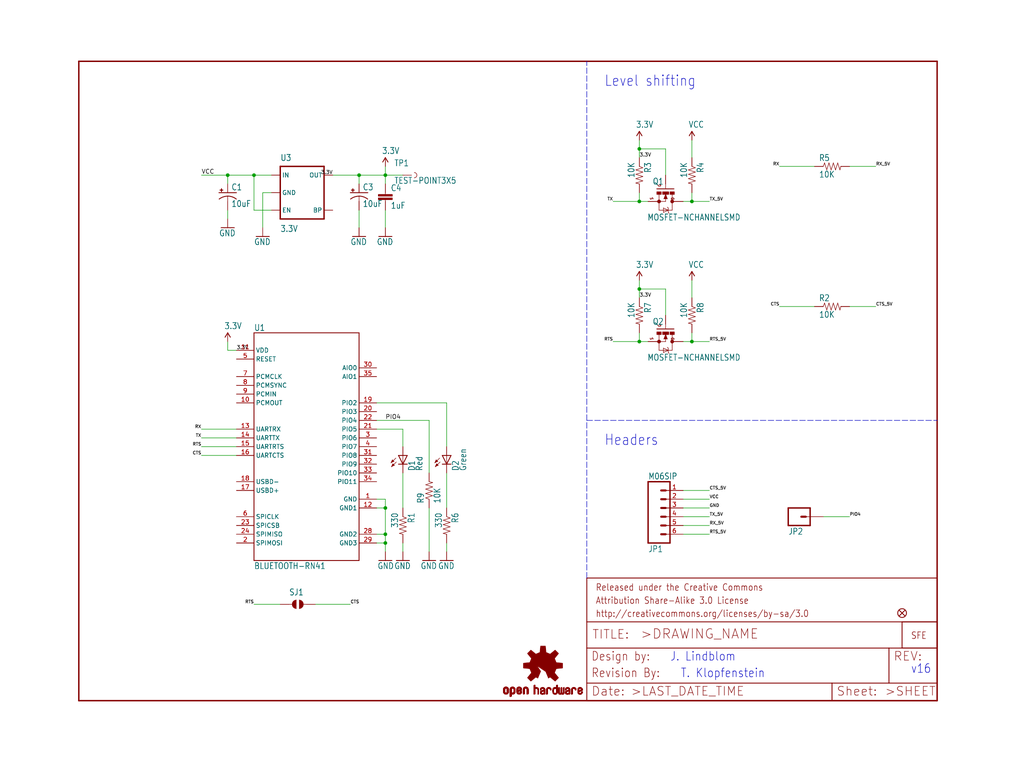
<source format=kicad_sch>
(kicad_sch (version 20211123) (generator eeschema)
  (paper "User" 297.002 223.926)
  (lib_symbols
    (symbol "eagleSchem-eagle-import:BLUETOOTH-RN41{dblquote}"
      (property "Value" "BLUETOOTH-RN41{dblquote}" (at -15.24 -35.56 0))
      (symbol "BLUETOOTH-RN41{dblquote}_1_0"
        (pin bidirectional line (at 20.32 -15.24 180) (length 5.08) (name "GND") (number "1"))
        (pin bidirectional line (at -20.32 12.7 0) (length 5.08) (name "PCMOUT") (number "10"))
        (pin bidirectional line (at -20.32 27.94 0) (length 5.08) (name "VDD") (number "11"))
        (pin bidirectional line (at 20.32 -17.78 180) (length 5.08) (name "GND1") (number "12"))
        (pin bidirectional line (at -20.32 5.08 0) (length 5.08) (name "UARTRX") (number "13"))
        (pin bidirectional line (at -20.32 2.54 0) (length 5.08) (name "UARTTX") (number "14"))
        (pin bidirectional line (at -20.32 0 0) (length 5.08) (name "UARTRTS") (number "15"))
        (pin bidirectional line (at -20.32 -2.54 0) (length 5.08) (name "UARTCTS") (number "16"))
        (pin bidirectional line (at -20.32 -12.7 0) (length 5.08) (name "USBD+") (number "17"))
        (pin bidirectional line (at -20.32 -10.16 0) (length 5.08) (name "USBD-") (number "18"))
        (pin bidirectional line (at 20.32 12.7 180) (length 5.08) (name "PIO2") (number "19"))
        (pin bidirectional line (at -20.32 -27.94 0) (length 5.08) (name "SPIMOSI") (number "2"))
        (pin bidirectional line (at 20.32 10.16 180) (length 5.08) (name "PIO3") (number "20"))
        (pin bidirectional line (at 20.32 5.08 180) (length 5.08) (name "PIO5") (number "21"))
        (pin bidirectional line (at 20.32 7.62 180) (length 5.08) (name "PIO4") (number "22"))
        (pin bidirectional line (at -20.32 -22.86 0) (length 5.08) (name "SPICSB") (number "23"))
        (pin bidirectional line (at -20.32 -25.4 0) (length 5.08) (name "SPIMISO") (number "24"))
        (pin bidirectional line (at 20.32 -25.4 180) (length 5.08) (name "GND2") (number "28"))
        (pin bidirectional line (at 20.32 -27.94 180) (length 5.08) (name "GND3") (number "29"))
        (pin bidirectional line (at 20.32 2.54 180) (length 5.08) (name "PIO6") (number "3"))
        (pin bidirectional line (at 20.32 22.86 180) (length 5.08) (name "AIO0") (number "30"))
        (pin bidirectional line (at 20.32 -2.54 180) (length 5.08) (name "PIO8") (number "31"))
        (pin bidirectional line (at 20.32 -5.08 180) (length 5.08) (name "PIO9") (number "32"))
        (pin bidirectional line (at 20.32 -7.62 180) (length 5.08) (name "PIO10") (number "33"))
        (pin bidirectional line (at 20.32 -10.16 180) (length 5.08) (name "PIO11") (number "34"))
        (pin bidirectional line (at 20.32 20.32 180) (length 5.08) (name "AIO1") (number "35"))
        (pin bidirectional line (at 20.32 0 180) (length 5.08) (name "PIO7") (number "4"))
        (pin bidirectional line (at -20.32 25.4 0) (length 5.08) (name "RESET") (number "5"))
        (pin bidirectional line (at -20.32 -20.32 0) (length 5.08) (name "SPICLK") (number "6"))
        (pin bidirectional line (at -20.32 20.32 0) (length 5.08) (name "PCMCLK") (number "7"))
        (pin bidirectional line (at -20.32 17.78 0) (length 5.08) (name "PCMSYNC") (number "8"))
        (pin bidirectional line (at -20.32 15.24 0) (length 5.08) (name "PCMIN") (number "9"))
      )
    )
    (symbol "eagleSchem-eagle-import:CAP0603-CAP"
      (property "Reference" "C" (at 1.524 2.921 0))
      (property "Value" "CAP0603-CAP" (at 1.524 -2.159 0))
      (symbol "CAP0603-CAP_1_0"
        (pin passive line (at 0 5.08 270) (length 2.54) (name "1") (number "1"))
        (pin passive line (at 0 -2.54 90) (length 2.54) (name "2") (number "2"))
      )
    )
    (symbol "eagleSchem-eagle-import:CAP_POL1206"
      (property "Reference" "C" (at 1.016 0.635 0))
      (property "Value" "CAP_POL1206" (at 1.016 -4.191 0))
      (symbol "CAP_POL1206_1_0"
        (pin passive line (at 0 2.54 270) (length 2.54) (name "+") (number "A"))
        (pin passive line (at 0 -5.08 90) (length 2.54) (name "-") (number "C"))
      )
    )
    (symbol "eagleSchem-eagle-import:FIDUCIAL1X2")
    (symbol "eagleSchem-eagle-import:FRAME-LETTER"
      (symbol "FRAME-LETTER_2_0"
        (text ">DRAWING_NAME" (at 15.494 17.78 0) (effects (font (size 2.7432 2.7432)) (justify left bottom)))
        (text ">LAST_DATE_TIME" (at 12.7 1.27 0) (effects (font (size 2.54 2.54)) (justify left bottom)))
        (text ">SHEET" (at 86.36 1.27 0) (effects (font (size 2.54 2.54)) (justify left bottom)))
        (text "Attribution Share-Alike 3.0 License" (at 2.54 27.94 0) (effects (font (size 1.9304 1.6408)) (justify left bottom)))
        (text "Date:" (at 1.27 1.27 0) (effects (font (size 2.54 2.54)) (justify left bottom)))
        (text "Design by:" (at 1.27 11.43 0) (effects (font (size 2.54 2.159)) (justify left bottom)))
        (text "http://creativecommons.org/licenses/by-sa/3.0" (at 2.54 24.13 0) (effects (font (size 1.9304 1.6408)) (justify left bottom)))
        (text "Released under the Creative Commons" (at 2.54 31.75 0) (effects (font (size 1.9304 1.6408)) (justify left bottom)))
        (text "REV:" (at 88.9 11.43 0) (effects (font (size 2.54 2.54)) (justify left bottom)))
        (text "Sheet:" (at 72.39 1.27 0) (effects (font (size 2.54 2.54)) (justify left bottom)))
        (text "TITLE:" (at 1.524 17.78 0) (effects (font (size 2.54 2.54)) (justify left bottom)))
      )
    )
    (symbol "eagleSchem-eagle-import:GND" (power)
      (property "Value" "GND" (at -2.54 -2.54 0))
      (symbol "GND_1_0"
        (pin power_in line (at 0 2.54 270) (length 2.54) (name "GND") (number "1"))
      )
    )
    (symbol "eagleSchem-eagle-import:LED0603"
      (property "Reference" "LED" (at 3.556 -4.572 90))
      (property "Value" "LED0603" (at 5.715 -4.572 90))
      (symbol "LED0603_1_0"
        (pin passive line (at 0 2.54 270) (length 2.54) (name "A") (number "A"))
        (pin passive line (at 0 -5.08 90) (length 2.54) (name "C") (number "C"))
      )
    )
    (symbol "eagleSchem-eagle-import:LOGO-SFENEW"
      (symbol "LOGO-SFENEW_1_0"
        (text "SFE" (at 0 0 0) (effects (font (size 1.9304 1.6408)) (justify left bottom)))
      )
    )
    (symbol "eagleSchem-eagle-import:M01SMDNS"
      (property "Reference" "JP" (at -2.54 3.302 0))
      (property "Value" "M01SMDNS" (at -2.54 -5.08 0))
      (symbol "M01SMDNS_1_0"
        (pin passive line (at 7.62 0 180) (length 5.08) (name "1") (number "1"))
      )
    )
    (symbol "eagleSchem-eagle-import:M06SIP"
      (property "Reference" "JP" (at -5.08 10.922 0))
      (property "Value" "M06SIP" (at -5.08 -10.16 0))
      (symbol "M06SIP_1_0"
        (pin passive line (at 5.08 -5.08 180) (length 5.08) (name "1") (number "1"))
        (pin passive line (at 5.08 -2.54 180) (length 5.08) (name "2") (number "2"))
        (pin passive line (at 5.08 0 180) (length 5.08) (name "3") (number "3"))
        (pin passive line (at 5.08 2.54 180) (length 5.08) (name "4") (number "4"))
        (pin passive line (at 5.08 5.08 180) (length 5.08) (name "5") (number "5"))
        (pin passive line (at 5.08 7.62 180) (length 5.08) (name "6") (number "6"))
      )
    )
    (symbol "eagleSchem-eagle-import:MOSFET-NCHANNELSMD"
      (property "Reference" "Q" (at 5.08 2.54 0))
      (property "Value" "MOSFET-NCHANNELSMD" (at 5.08 0 0))
      (symbol "MOSFET-NCHANNELSMD_1_0"
        (text "D" (at -1.27 2.54 0) (effects (font (size 0.8128 0.6908)) (justify left bottom)))
        (text "G" (at -5.08 -1.27 0) (effects (font (size 0.8128 0.6908)) (justify left bottom)))
        (text "S" (at -1.27 -3.556 0) (effects (font (size 0.8128 0.6908)) (justify left bottom)))
        (pin passive line (at -7.62 0 0) (length 2.54) (name "G") (number "1"))
        (pin passive line (at 0 -5.08 90) (length 2.54) (name "S") (number "2"))
        (pin passive line (at 0 5.08 270) (length 2.54) (name "D") (number "3"))
      )
    )
    (symbol "eagleSchem-eagle-import:OSHW-LOGOS")
    (symbol "eagleSchem-eagle-import:RESISTOR0603-RES"
      (property "Reference" "R" (at -3.81 1.4986 0))
      (property "Value" "RESISTOR0603-RES" (at -3.81 -3.302 0))
      (symbol "RESISTOR0603-RES_1_0"
        (pin passive line (at -5.08 0 0) (length 2.54) (name "1") (number "1"))
        (pin passive line (at 5.08 0 180) (length 2.54) (name "2") (number "2"))
      )
    )
    (symbol "eagleSchem-eagle-import:REVISION"
      (symbol "REVISION_1_0"
        (text "Revision By: " (at 0 0 0) (effects (font (size 2.54 2.159)) (justify left bottom)))
      )
    )
    (symbol "eagleSchem-eagle-import:SOLDERJUMPERNO"
      (property "Reference" "SJ" (at -2.54 2.54 0))
      (symbol "SOLDERJUMPERNO_1_0"
        (pin passive line (at -5.08 0 0) (length 2.54) (name "1") (number "1"))
        (pin passive line (at 5.08 0 180) (length 2.54) (name "2") (number "2"))
      )
    )
    (symbol "eagleSchem-eagle-import:TEST-POINT3X5"
      (property "Reference" "TP" (at -2.54 2.54 0))
      (property "Value" "TEST-POINT3X5" (at -2.54 -2.54 0))
      (symbol "TEST-POINT3X5_1_0"
        (pin bidirectional line (at 0 0 180) (length 0) (name "1") (number "P$1"))
      )
    )
    (symbol "eagleSchem-eagle-import:VCC" (power)
      (property "Value" "VCC" (at -1.016 3.556 0))
      (symbol "VCC_1_0"
        (pin power_in line (at 0 0 90) (length 2.54) (name "VCC") (number "1"))
      )
    )
    (symbol "eagleSchem-eagle-import:V_REG_LDOSMD"
      (property "Reference" "U" (at -7.62 9.144 0))
      (property "Value" "V_REG_LDOSMD" (at -7.62 -11.43 0))
      (symbol "V_REG_LDOSMD_1_0"
        (pin input line (at -10.16 5.08 0) (length 2.54) (name "IN") (number "1"))
        (pin input line (at -10.16 0 0) (length 2.54) (name "GND") (number "2"))
        (pin input line (at -10.16 -5.08 0) (length 2.54) (name "EN") (number "3"))
        (pin input line (at 7.62 -5.08 180) (length 2.54) (name "BP") (number "4"))
        (pin passive line (at 7.62 5.08 180) (length 2.54) (name "OUT") (number "5"))
      )
    )
  )
  (junction (at 73.66 50.8))
  (junction (at 200.66 99.06))
  (junction (at 185.42 83.82))
  (junction (at 185.42 43.18))
  (junction (at 185.42 99.06))
  (junction (at 200.66 58.42))
  (junction (at 66.04 50.8))
  (junction (at 111.76 50.8))
  (junction (at 111.76 147.32))
  (junction (at 111.76 154.94))
  (junction (at 111.76 157.48))
  (junction (at 104.14 50.8))
  (junction (at 185.42 58.42))
  (wire (pts (xy 129.54 116.84) (xy 129.54 129.54)))
  (wire (pts (xy 193.04 50.8) (xy 193.04 43.18)))
  (wire (pts (xy 109.22 157.48) (xy 111.76 157.48)))
  (wire (pts (xy 198.12 144.78) (xy 205.74 144.78)))
  (wire (pts (xy 198.12 58.42) (xy 200.66 58.42)))
  (wire (pts (xy 198.12 147.32) (xy 205.74 147.32)))
  (wire (pts (xy 185.42 86.36) (xy 185.42 83.82)))
  (wire (pts (xy 104.14 50.8) (xy 111.76 50.8)))
  (wire (pts (xy 198.12 154.94) (xy 205.74 154.94)))
  (wire (pts (xy 129.54 157.48) (xy 129.54 160.02)))
  (wire (pts (xy 236.22 48.26) (xy 226.06 48.26)))
  (wire (pts (xy 68.58 127) (xy 58.42 127)))
  (wire (pts (xy 73.66 50.8) (xy 78.74 50.8)))
  (wire (pts (xy 200.66 55.88) (xy 200.66 58.42)))
  (wire (pts (xy 111.76 154.94) (xy 111.76 157.48)))
  (wire (pts (xy 193.04 91.44) (xy 193.04 83.82)))
  (wire (pts (xy 116.84 124.46) (xy 109.22 124.46)))
  (wire (pts (xy 76.2 55.88) (xy 76.2 66.04)))
  (wire (pts (xy 66.04 50.8) (xy 73.66 50.8)))
  (wire (pts (xy 81.28 175.26) (xy 73.66 175.26)))
  (wire (pts (xy 111.76 50.8) (xy 111.76 48.26)))
  (wire (pts (xy 198.12 149.86) (xy 205.74 149.86)))
  (wire (pts (xy 111.76 60.96) (xy 111.76 66.04)))
  (polyline (pts (xy 170.18 121.92) (xy 271.78 121.92)))
  (wire (pts (xy 111.76 50.8) (xy 111.76 53.34)))
  (wire (pts (xy 66.04 53.34) (xy 66.04 50.8)))
  (wire (pts (xy 236.22 88.9) (xy 226.06 88.9)))
  (wire (pts (xy 246.38 48.26) (xy 254 48.26)))
  (wire (pts (xy 111.76 147.32) (xy 111.76 154.94)))
  (wire (pts (xy 187.96 58.42) (xy 185.42 58.42)))
  (wire (pts (xy 193.04 83.82) (xy 185.42 83.82)))
  (wire (pts (xy 124.46 147.32) (xy 124.46 160.02)))
  (polyline (pts (xy 170.18 121.92) (xy 170.18 17.78)))
  (wire (pts (xy 198.12 152.4) (xy 205.74 152.4)))
  (wire (pts (xy 200.66 96.52) (xy 200.66 99.06)))
  (wire (pts (xy 238.76 149.86) (xy 246.38 149.86)))
  (wire (pts (xy 185.42 45.72) (xy 185.42 43.18)))
  (wire (pts (xy 187.96 99.06) (xy 185.42 99.06)))
  (wire (pts (xy 185.42 58.42) (xy 177.8 58.42)))
  (wire (pts (xy 109.22 121.92) (xy 124.46 121.92)))
  (wire (pts (xy 109.22 144.78) (xy 111.76 144.78)))
  (wire (pts (xy 73.66 50.8) (xy 73.66 60.96)))
  (wire (pts (xy 76.2 55.88) (xy 78.74 55.88)))
  (wire (pts (xy 68.58 124.46) (xy 58.42 124.46)))
  (wire (pts (xy 111.76 157.48) (xy 111.76 160.02)))
  (wire (pts (xy 96.52 50.8) (xy 104.14 50.8)))
  (wire (pts (xy 109.22 154.94) (xy 111.76 154.94)))
  (wire (pts (xy 185.42 83.82) (xy 185.42 81.28)))
  (wire (pts (xy 104.14 53.34) (xy 104.14 50.8)))
  (wire (pts (xy 198.12 99.06) (xy 200.66 99.06)))
  (polyline (pts (xy 170.18 167.64) (xy 170.18 121.92)))
  (wire (pts (xy 185.42 43.18) (xy 185.42 40.64)))
  (wire (pts (xy 116.84 137.16) (xy 116.84 147.32)))
  (wire (pts (xy 116.84 50.8) (xy 111.76 50.8)))
  (wire (pts (xy 129.54 137.16) (xy 129.54 147.32)))
  (wire (pts (xy 185.42 96.52) (xy 185.42 99.06)))
  (wire (pts (xy 200.66 99.06) (xy 205.74 99.06)))
  (wire (pts (xy 68.58 129.54) (xy 58.42 129.54)))
  (wire (pts (xy 66.04 101.6) (xy 66.04 99.06)))
  (wire (pts (xy 66.04 63.5) (xy 66.04 60.96)))
  (wire (pts (xy 198.12 142.24) (xy 205.74 142.24)))
  (wire (pts (xy 66.04 50.8) (xy 58.42 50.8)))
  (wire (pts (xy 73.66 60.96) (xy 78.74 60.96)))
  (wire (pts (xy 185.42 55.88) (xy 185.42 58.42)))
  (wire (pts (xy 68.58 132.08) (xy 58.42 132.08)))
  (wire (pts (xy 200.66 86.36) (xy 200.66 81.28)))
  (wire (pts (xy 68.58 101.6) (xy 66.04 101.6)))
  (wire (pts (xy 111.76 144.78) (xy 111.76 147.32)))
  (wire (pts (xy 124.46 121.92) (xy 124.46 137.16)))
  (wire (pts (xy 116.84 129.54) (xy 116.84 124.46)))
  (wire (pts (xy 109.22 116.84) (xy 129.54 116.84)))
  (wire (pts (xy 200.66 45.72) (xy 200.66 40.64)))
  (wire (pts (xy 193.04 43.18) (xy 185.42 43.18)))
  (wire (pts (xy 104.14 66.04) (xy 104.14 60.96)))
  (wire (pts (xy 109.22 147.32) (xy 111.76 147.32)))
  (wire (pts (xy 116.84 160.02) (xy 116.84 157.48)))
  (wire (pts (xy 200.66 58.42) (xy 205.74 58.42)))
  (wire (pts (xy 91.44 175.26) (xy 101.6 175.26)))
  (wire (pts (xy 246.38 88.9) (xy 254 88.9)))
  (wire (pts (xy 185.42 99.06) (xy 177.8 99.06)))
  (text "T. Klopfenstein" (at 197.358 196.85 180) (effects (font (size 2.54 2.159)) (justify left bottom)))
  (text "Headers" (at 175.26 129.54 180) (effects (font (size 3.048 2.5908)) (justify left bottom)))
  (text "Level shifting" (at 175.26 25.4 180) (effects (font (size 3.048 2.5908)) (justify left bottom)))
  (text "J. Lindblom" (at 194.31 192.024 180) (effects (font (size 2.54 2.159)) (justify left bottom)))
  (text "v16" (at 264.16 195.58 180) (effects (font (size 2.54 2.159)) (justify left bottom)))
  (label "TX" (at 58.42 127 180) (effects (font (size 0.889 0.889))))
  (label "RTS_5V" (at 205.74 99.06 0) (effects (font (size 0.889 0.889))))
  (label "RX" (at 58.42 124.46 180) (effects (font (size 0.889 0.889))))
  (label "RTS_5V" (at 205.74 154.94 0) (effects (font (size 0.889 0.889))))
  (label "3.3V" (at 68.58 101.6 0) (effects (font (size 1.016 1.016))))
  (label "3.3V" (at 185.42 86.36 0) (effects (font (size 1.016 1.016))))
  (label "3.3V" (at 96.52 50.8 180) (effects (font (size 1.016 1.016))))
  (label "CTS" (at 226.06 88.9 180) (effects (font (size 0.889 0.889))))
  (label "RX_5V" (at 254 48.26 0) (effects (font (size 0.889 0.889))))
  (label "CTS_5V" (at 254 88.9 0) (effects (font (size 0.889 0.889))))
  (label "RTS" (at 58.42 129.54 180) (effects (font (size 0.889 0.889))))
  (label "RTS" (at 177.8 99.06 180) (effects (font (size 0.889 0.889))))
  (label "RTS" (at 73.66 175.26 180) (effects (font (size 0.889 0.889))))
  (label "RX" (at 226.06 48.26 180) (effects (font (size 0.889 0.889))))
  (label "PIO4" (at 246.38 149.86 0) (effects (font (size 0.889 0.889))))
  (label "TX_5V" (at 205.74 58.42 0) (effects (font (size 0.889 0.889))))
  (label "CTS" (at 58.42 132.08 180) (effects (font (size 0.889 0.889))))
  (label "3.3V" (at 185.42 45.72 0) (effects (font (size 1.016 1.016))))
  (label "TX_5V" (at 205.74 149.86 0) (effects (font (size 0.889 0.889))))
  (label "TX" (at 177.8 58.42 180) (effects (font (size 0.889 0.889))))
  (label "PIO4" (at 111.76 121.92 0) (effects (font (size 1.2446 1.2446))))
  (label "VCC" (at 58.42 50.8 0) (effects (font (size 1.2446 1.2446))))
  (label "CTS_5V" (at 205.74 142.24 0) (effects (font (size 0.889 0.889))))
  (label "VCC" (at 205.74 144.78 0) (effects (font (size 0.889 0.889))))
  (label "GND" (at 205.74 147.32 0) (effects (font (size 0.889 0.889))))
  (label "CTS" (at 101.6 175.26 0) (effects (font (size 0.889 0.889))))
  (label "RX_5V" (at 205.74 152.4 0) (effects (font (size 0.889 0.889))))
  (symbol (lib_id "eagleSchem-eagle-import:RESISTOR0603-RES") (at 129.54 152.4 270) (unit 1)
    (property "Reference" "R6" (at 131.0386 148.59 0) (effects (font (size 1.778 1.5113)) (justify left bottom)))
    (property "Value" "330" (at 126.238 148.59 0) (effects (font (size 1.778 1.5113)) (justify left bottom)))
    (property "Footprint" "eagleSchem:0603-RES" (effects hide))
  )
  (symbol (lib_id "eagleSchem-eagle-import:TEST-POINT3X5") (at 116.84 50.8 0) (unit 1)
    (property "Reference" "TP1" (at 114.3 48.26 0) (effects (font (size 1.778 1.5113)) (justify left bottom)))
    (property "Value" "TEST-POINT3X5" (at 114.3 53.34 0) (effects (font (size 1.778 1.5113)) (justify left bottom)))
    (property "Footprint" "eagleSchem:PAD.03X.05" (effects hide))
  )
  (symbol (lib_id "eagleSchem-eagle-import:GND") (at 76.2 68.58 0) (unit 1)
    (property "Reference" "#GND4" (effects hide))
    (property "Value" "GND" (at 73.66 71.12 0) (effects (font (size 1.778 1.5113)) (justify left bottom)))
    (property "Footprint" "eagleSchem:" (effects hide))
  )
  (symbol (lib_id "eagleSchem-eagle-import:LED0603") (at 129.54 132.08 0) (unit 1)
    (property "Reference" "D2" (at 133.096 136.652 90) (effects (font (size 1.778 1.5113)) (justify left bottom)))
    (property "Value" "Green" (at 135.255 136.652 90) (effects (font (size 1.778 1.5113)) (justify left bottom)))
    (property "Footprint" "eagleSchem:LED-0603" (effects hide))
  )
  (symbol (lib_id "eagleSchem-eagle-import:GND") (at 124.46 162.56 0) (unit 1)
    (property "Reference" "#GND8" (effects hide))
    (property "Value" "GND" (at 121.92 165.1 0) (effects (font (size 1.778 1.5113)) (justify left bottom)))
    (property "Footprint" "eagleSchem:" (effects hide))
  )
  (symbol (lib_id "eagleSchem-eagle-import:RESISTOR0603-RES") (at 124.46 142.24 90) (unit 1)
    (property "Reference" "R9" (at 122.9614 146.05 0) (effects (font (size 1.778 1.5113)) (justify left bottom)))
    (property "Value" "10K" (at 127.762 146.05 0) (effects (font (size 1.778 1.5113)) (justify left bottom)))
    (property "Footprint" "eagleSchem:0603-RES" (effects hide))
  )
  (symbol (lib_id "eagleSchem-eagle-import:RESISTOR0603-RES") (at 185.42 91.44 270) (unit 1)
    (property "Reference" "R7" (at 186.9186 87.63 0) (effects (font (size 1.778 1.5113)) (justify left bottom)))
    (property "Value" "10K" (at 182.118 87.63 0) (effects (font (size 1.778 1.5113)) (justify left bottom)))
    (property "Footprint" "eagleSchem:0603-RES" (effects hide))
  )
  (symbol (lib_id "eagleSchem-eagle-import:LOGO-SFENEW") (at 264.16 185.42 0) (unit 1)
    (property "Reference" "U$1" (effects hide))
    (property "Value" "LOGO-SFENEW" (effects hide))
    (property "Footprint" "eagleSchem:SFE-NEW-WEBLOGO" (effects hide))
  )
  (symbol (lib_id "eagleSchem-eagle-import:M01SMDNS") (at 231.14 149.86 0) (mirror x) (unit 1)
    (property "Reference" "JP2" (at 228.6 153.162 0) (effects (font (size 1.778 1.5113)) (justify left bottom)))
    (property "Value" "M01SMDNS" (effects hide))
    (property "Footprint" "eagleSchem:1X01NS" (effects hide))
  )
  (symbol (lib_id "eagleSchem-eagle-import:LED0603") (at 116.84 132.08 0) (unit 1)
    (property "Reference" "D1" (at 120.396 136.652 90) (effects (font (size 1.778 1.5113)) (justify left bottom)))
    (property "Value" "Red" (at 122.555 136.652 90) (effects (font (size 1.778 1.5113)) (justify left bottom)))
    (property "Footprint" "eagleSchem:LED-0603" (effects hide))
  )
  (symbol (lib_id "eagleSchem-eagle-import:REVISION") (at 171.45 196.596 0) (unit 1)
    (property "Reference" "U$2" (effects hide))
    (property "Value" "REVISION" (effects hide))
    (property "Footprint" "eagleSchem:REVISION" (effects hide))
  )
  (symbol (lib_id "eagleSchem-eagle-import:VCC") (at 185.42 81.28 0) (unit 1)
    (property "Reference" "#P+7" (effects hide))
    (property "Value" "3.3V" (at 184.404 77.724 0) (effects (font (size 1.778 1.5113)) (justify left bottom)))
    (property "Footprint" "eagleSchem:" (effects hide))
  )
  (symbol (lib_id "eagleSchem-eagle-import:RESISTOR0603-RES") (at 200.66 50.8 270) (unit 1)
    (property "Reference" "R4" (at 202.1586 46.99 0) (effects (font (size 1.778 1.5113)) (justify left bottom)))
    (property "Value" "10K" (at 197.358 46.99 0) (effects (font (size 1.778 1.5113)) (justify left bottom)))
    (property "Footprint" "eagleSchem:0603-RES" (effects hide))
  )
  (symbol (lib_id "eagleSchem-eagle-import:GND") (at 129.54 162.56 0) (unit 1)
    (property "Reference" "#GND7" (effects hide))
    (property "Value" "GND" (at 127 165.1 0) (effects (font (size 1.778 1.5113)) (justify left bottom)))
    (property "Footprint" "eagleSchem:" (effects hide))
  )
  (symbol (lib_id "eagleSchem-eagle-import:VCC") (at 66.04 99.06 0) (unit 1)
    (property "Reference" "#P+5" (effects hide))
    (property "Value" "3.3V" (at 65.024 95.504 0) (effects (font (size 1.778 1.5113)) (justify left bottom)))
    (property "Footprint" "eagleSchem:" (effects hide))
  )
  (symbol (lib_id "eagleSchem-eagle-import:RESISTOR0603-RES") (at 241.3 48.26 0) (unit 1)
    (property "Reference" "R5" (at 237.49 46.7614 0) (effects (font (size 1.778 1.5113)) (justify left bottom)))
    (property "Value" "10K" (at 237.49 51.562 0) (effects (font (size 1.778 1.5113)) (justify left bottom)))
    (property "Footprint" "eagleSchem:0603-RES" (effects hide))
  )
  (symbol (lib_id "eagleSchem-eagle-import:V_REG_LDOSMD") (at 88.9 55.88 0) (unit 1)
    (property "Reference" "U3" (at 81.28 46.736 0) (effects (font (size 1.778 1.5113)) (justify left bottom)))
    (property "Value" "3.3V" (at 81.28 67.31 0) (effects (font (size 1.778 1.5113)) (justify left bottom)))
    (property "Footprint" "eagleSchem:SOT23-5" (effects hide))
  )
  (symbol (lib_id "eagleSchem-eagle-import:VCC") (at 111.76 48.26 0) (unit 1)
    (property "Reference" "#P+2" (effects hide))
    (property "Value" "3.3V" (at 110.744 44.704 0) (effects (font (size 1.778 1.5113)) (justify left bottom)))
    (property "Footprint" "eagleSchem:" (effects hide))
  )
  (symbol (lib_id "eagleSchem-eagle-import:VCC") (at 200.66 40.64 0) (unit 1)
    (property "Reference" "#P+4" (effects hide))
    (property "Value" "VCC" (at 199.644 37.084 0) (effects (font (size 1.778 1.5113)) (justify left bottom)))
    (property "Footprint" "eagleSchem:" (effects hide))
  )
  (symbol (lib_id "eagleSchem-eagle-import:CAP0603-CAP") (at 111.76 58.42 0) (unit 1)
    (property "Reference" "C4" (at 113.284 55.499 0) (effects (font (size 1.778 1.5113)) (justify left bottom)))
    (property "Value" "1uF" (at 113.284 60.579 0) (effects (font (size 1.778 1.5113)) (justify left bottom)))
    (property "Footprint" "eagleSchem:0603-CAP" (effects hide))
  )
  (symbol (lib_id "eagleSchem-eagle-import:RESISTOR0603-RES") (at 241.3 88.9 0) (unit 1)
    (property "Reference" "R2" (at 237.49 87.4014 0) (effects (font (size 1.778 1.5113)) (justify left bottom)))
    (property "Value" "10K" (at 237.49 92.202 0) (effects (font (size 1.778 1.5113)) (justify left bottom)))
    (property "Footprint" "eagleSchem:0603-RES" (effects hide))
  )
  (symbol (lib_id "eagleSchem-eagle-import:GND") (at 66.04 66.04 0) (unit 1)
    (property "Reference" "#GND1" (effects hide))
    (property "Value" "GND" (at 63.5 68.58 0) (effects (font (size 1.778 1.5113)) (justify left bottom)))
    (property "Footprint" "eagleSchem:" (effects hide))
  )
  (symbol (lib_id "eagleSchem-eagle-import:OSHW-LOGOS") (at 157.48 193.04 0) (unit 1)
    (property "Reference" "LOGO1" (effects hide))
    (property "Value" "OSHW-LOGOS" (effects hide))
    (property "Footprint" "eagleSchem:OSHW-LOGO-S" (effects hide))
  )
  (symbol (lib_id "eagleSchem-eagle-import:RESISTOR0603-RES") (at 116.84 152.4 270) (unit 1)
    (property "Reference" "R1" (at 118.3386 148.59 0) (effects (font (size 1.778 1.5113)) (justify left bottom)))
    (property "Value" "330" (at 113.538 148.59 0) (effects (font (size 1.778 1.5113)) (justify left bottom)))
    (property "Footprint" "eagleSchem:0603-RES" (effects hide))
  )
  (symbol (lib_id "eagleSchem-eagle-import:RESISTOR0603-RES") (at 185.42 50.8 270) (unit 1)
    (property "Reference" "R3" (at 186.9186 46.99 0) (effects (font (size 1.778 1.5113)) (justify left bottom)))
    (property "Value" "10K" (at 182.118 46.99 0) (effects (font (size 1.778 1.5113)) (justify left bottom)))
    (property "Footprint" "eagleSchem:0603-RES" (effects hide))
  )
  (symbol (lib_id "eagleSchem-eagle-import:MOSFET-NCHANNELSMD") (at 193.04 58.42 270) (unit 1)
    (property "Reference" "Q1" (at 189.23 53.594 90) (effects (font (size 1.778 1.5113)) (justify left bottom)))
    (property "Value" "MOSFET-NCHANNELSMD" (at 187.706 64.008 90) (effects (font (size 1.778 1.5113)) (justify left bottom)))
    (property "Footprint" "eagleSchem:SOT23-3" (effects hide))
  )
  (symbol (lib_id "eagleSchem-eagle-import:GND") (at 111.76 68.58 0) (unit 1)
    (property "Reference" "#GND3" (effects hide))
    (property "Value" "GND" (at 109.22 71.12 0) (effects (font (size 1.778 1.5113)) (justify left bottom)))
    (property "Footprint" "eagleSchem:" (effects hide))
  )
  (symbol (lib_id "eagleSchem-eagle-import:CAP_POL1206") (at 66.04 55.88 0) (unit 1)
    (property "Reference" "C1" (at 67.056 55.245 0) (effects (font (size 1.778 1.5113)) (justify left bottom)))
    (property "Value" "10uF" (at 67.056 60.071 0) (effects (font (size 1.778 1.5113)) (justify left bottom)))
    (property "Footprint" "eagleSchem:EIA3216" (effects hide))
  )
  (symbol (lib_id "eagleSchem-eagle-import:BLUETOOTH-RN41{dblquote}") (at 88.9 129.54 0) (unit 1)
    (property "Reference" "U1" (at 73.66 96.012 0) (effects (font (size 1.778 1.5113)) (justify left bottom)))
    (property "Value" "BLUETOOTH-RN41" (at 73.66 165.1 0) (effects (font (size 1.778 1.5113)) (justify left bottom)))
    (property "Footprint" "eagleSchem:RN41" (effects hide))
  )
  (symbol (lib_id "eagleSchem-eagle-import:CAP_POL1206") (at 104.14 55.88 0) (unit 1)
    (property "Reference" "C3" (at 105.156 55.245 0) (effects (font (size 1.778 1.5113)) (justify left bottom)))
    (property "Value" "10uF" (at 105.156 60.071 0) (effects (font (size 1.778 1.5113)) (justify left bottom)))
    (property "Footprint" "eagleSchem:EIA3216" (effects hide))
  )
  (symbol (lib_id "eagleSchem-eagle-import:VCC") (at 200.66 81.28 0) (unit 1)
    (property "Reference" "#P+8" (effects hide))
    (property "Value" "VCC" (at 199.644 77.724 0) (effects (font (size 1.778 1.5113)) (justify left bottom)))
    (property "Footprint" "eagleSchem:" (effects hide))
  )
  (symbol (lib_id "eagleSchem-eagle-import:VCC") (at 185.42 40.64 0) (unit 1)
    (property "Reference" "#P+1" (effects hide))
    (property "Value" "3.3V" (at 184.404 37.084 0) (effects (font (size 1.778 1.5113)) (justify left bottom)))
    (property "Footprint" "eagleSchem:" (effects hide))
  )
  (symbol (lib_id "eagleSchem-eagle-import:MOSFET-NCHANNELSMD") (at 193.04 99.06 270) (unit 1)
    (property "Reference" "Q2" (at 189.23 94.234 90) (effects (font (size 1.778 1.5113)) (justify left bottom)))
    (property "Value" "MOSFET-NCHANNELSMD" (at 187.706 104.648 90) (effects (font (size 1.778 1.5113)) (justify left bottom)))
    (property "Footprint" "eagleSchem:SOT23-3" (effects hide))
  )
  (symbol (lib_id "eagleSchem-eagle-import:FRAME-LETTER") (at 170.18 203.2 0) (unit 2)
    (property "Reference" "FRAME1" (effects hide))
    (property "Value" "FRAME-LETTER" (effects hide))
    (property "Footprint" "eagleSchem:CREATIVE_COMMONS" (effects hide))
  )
  (symbol (lib_id "eagleSchem-eagle-import:FRAME-LETTER") (at 22.86 203.2 0) (unit 1)
    (property "Reference" "FRAME1" (effects hide))
    (property "Value" "FRAME-LETTER" (effects hide))
    (property "Footprint" "eagleSchem:CREATIVE_COMMONS" (effects hide))
  )
  (symbol (lib_id "eagleSchem-eagle-import:GND") (at 111.76 162.56 0) (mirror y) (unit 1)
    (property "Reference" "#GND6" (effects hide))
    (property "Value" "GND" (at 114.3 165.1 0) (effects (font (size 1.778 1.5113)) (justify left bottom)))
    (property "Footprint" "eagleSchem:" (effects hide))
  )
  (symbol (lib_id "eagleSchem-eagle-import:GND") (at 116.84 162.56 0) (unit 1)
    (property "Reference" "#GND2" (effects hide))
    (property "Value" "GND" (at 114.3 165.1 0) (effects (font (size 1.778 1.5113)) (justify left bottom)))
    (property "Footprint" "eagleSchem:" (effects hide))
  )
  (symbol (lib_id "eagleSchem-eagle-import:M06SIP") (at 193.04 147.32 0) (mirror x) (unit 1)
    (property "Reference" "JP1" (at 187.96 158.242 0) (effects (font (size 1.778 1.5113)) (justify left bottom)))
    (property "Value" "M06SIP" (at 187.96 137.16 0) (effects (font (size 1.778 1.5113)) (justify left bottom)))
    (property "Footprint" "eagleSchem:1X06" (effects hide))
  )
  (symbol (lib_id "eagleSchem-eagle-import:FIDUCIAL1X2") (at 261.62 177.8 0) (unit 1)
    (property "Reference" "JP4" (effects hide))
    (property "Value" "FIDUCIAL1X2" (effects hide))
    (property "Footprint" "eagleSchem:FIDUCIAL-1X2" (effects hide))
  )
  (symbol (lib_id "eagleSchem-eagle-import:RESISTOR0603-RES") (at 200.66 91.44 270) (unit 1)
    (property "Reference" "R8" (at 202.1586 87.63 0) (effects (font (size 1.778 1.5113)) (justify left bottom)))
    (property "Value" "10K" (at 197.358 87.63 0) (effects (font (size 1.778 1.5113)) (justify left bottom)))
    (property "Footprint" "eagleSchem:0603-RES" (effects hide))
  )
  (symbol (lib_id "eagleSchem-eagle-import:GND") (at 104.14 68.58 0) (unit 1)
    (property "Reference" "#GND5" (effects hide))
    (property "Value" "GND" (at 101.6 71.12 0) (effects (font (size 1.778 1.5113)) (justify left bottom)))
    (property "Footprint" "eagleSchem:" (effects hide))
  )
  (symbol (lib_id "eagleSchem-eagle-import:SOLDERJUMPERNO") (at 86.36 175.26 0) (unit 1)
    (property "Reference" "SJ1" (at 83.82 172.72 0) (effects (font (size 1.778 1.5113)) (justify left bottom)))
    (property "Value" "SOLDERJUMPERNO" (effects hide))
    (property "Footprint" "eagleSchem:SJ_2S-NO" (effects hide))
  )
)
</source>
